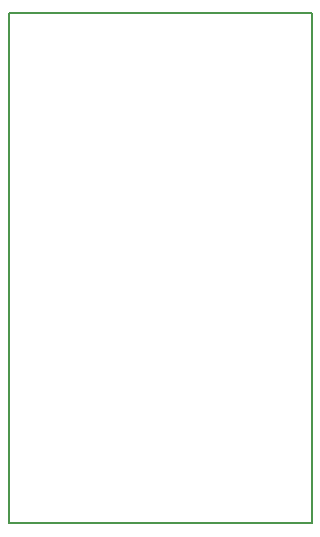
<source format=gbr>
%TF.GenerationSoftware,KiCad,Pcbnew,(6.0.7)*%
%TF.CreationDate,2022-12-16T00:38:36+00:00*%
%TF.ProjectId,CPC464-2MINITapeAdapter,43504334-3634-42d3-924d-494e49546170,rev?*%
%TF.SameCoordinates,Original*%
%TF.FileFunction,Profile,NP*%
%FSLAX46Y46*%
G04 Gerber Fmt 4.6, Leading zero omitted, Abs format (unit mm)*
G04 Created by KiCad (PCBNEW (6.0.7)) date 2022-12-16 00:38:36*
%MOMM*%
%LPD*%
G01*
G04 APERTURE LIST*
%TA.AperFunction,Profile*%
%ADD10C,0.150000*%
%TD*%
G04 APERTURE END LIST*
D10*
X80010000Y-102057200D02*
X54305200Y-102057200D01*
X54305200Y-102057200D02*
X54305200Y-58877200D01*
X54305200Y-58877200D02*
X80010000Y-58877200D01*
X80010000Y-58877200D02*
X80010000Y-102057200D01*
M02*

</source>
